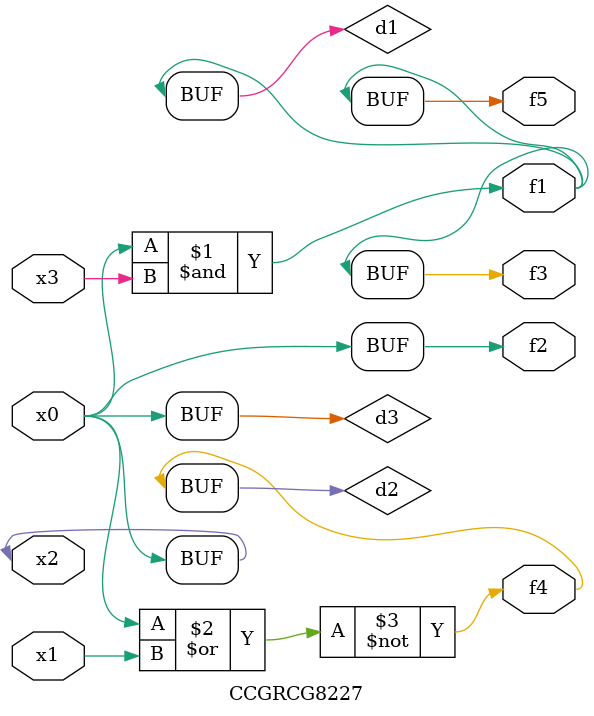
<source format=v>
module CCGRCG8227(
	input x0, x1, x2, x3,
	output f1, f2, f3, f4, f5
);

	wire d1, d2, d3;

	and (d1, x2, x3);
	nor (d2, x0, x1);
	buf (d3, x0, x2);
	assign f1 = d1;
	assign f2 = d3;
	assign f3 = d1;
	assign f4 = d2;
	assign f5 = d1;
endmodule

</source>
